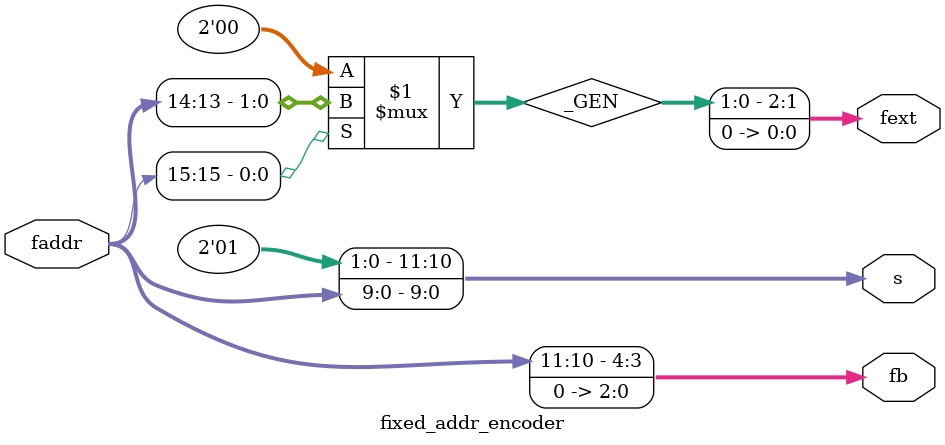
<source format=v>
module fixed_addr_encoder(	// file.cleaned.mlir:2:3
  input  [15:0] faddr,	// file.cleaned.mlir:2:36
  output [2:0]  fext,	// file.cleaned.mlir:2:54
  output [4:0]  fb,	// file.cleaned.mlir:2:69
  output [11:0] s	// file.cleaned.mlir:2:82
);

  wire [1:0] _GEN;	// file.cleaned.mlir:12:10
  assign _GEN = faddr[15] ? faddr[14:13] : 2'h0;	// file.cleaned.mlir:4:14, :10:10, :11:10, :12:10
  assign fext = {_GEN, 1'h0};	// file.cleaned.mlir:6:14, :7:10, :12:10, :15:5
  assign fb = {faddr[11:10], 3'h0};	// file.cleaned.mlir:3:14, :8:10, :9:10, :15:5
  assign s = {2'h1, faddr[9:0]};	// file.cleaned.mlir:5:14, :13:10, :14:10, :15:5
endmodule


</source>
